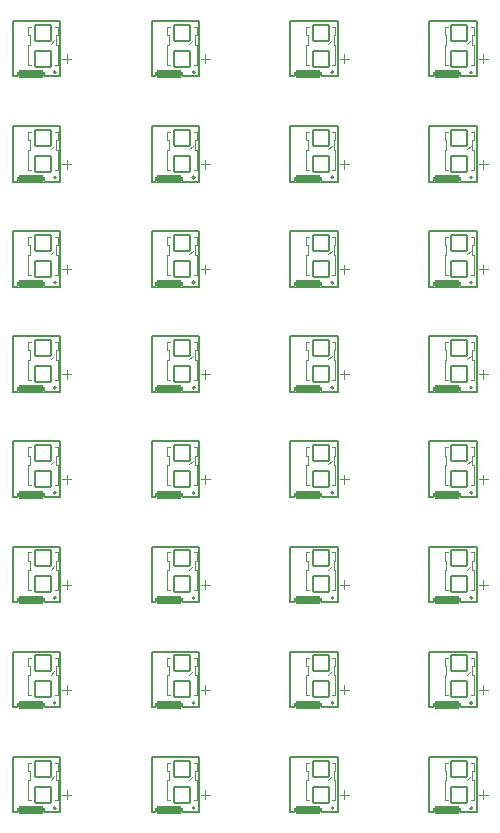
<source format=gbr>
G04 #@! TF.GenerationSoftware,KiCad,Pcbnew,7.0.7-7.0.7~ubuntu22.04.1*
G04 #@! TF.CreationDate,2024-03-29T17:55:08+00:00*
G04 #@! TF.ProjectId,receiver6_rep,72656365-6976-4657-9236-5f7265702e6b,rev?*
G04 #@! TF.SameCoordinates,Original*
G04 #@! TF.FileFunction,Legend,Bot*
G04 #@! TF.FilePolarity,Positive*
%FSLAX46Y46*%
G04 Gerber Fmt 4.6, Leading zero omitted, Abs format (unit mm)*
G04 Created by KiCad (PCBNEW 7.0.7-7.0.7~ubuntu22.04.1) date 2024-03-29 17:55:08*
%MOMM*%
%LPD*%
G01*
G04 APERTURE LIST*
G04 Aperture macros list*
%AMRoundRect*
0 Rectangle with rounded corners*
0 $1 Rounding radius*
0 $2 $3 $4 $5 $6 $7 $8 $9 X,Y pos of 4 corners*
0 Add a 4 corners polygon primitive as box body*
4,1,4,$2,$3,$4,$5,$6,$7,$8,$9,$2,$3,0*
0 Add four circle primitives for the rounded corners*
1,1,$1+$1,$2,$3*
1,1,$1+$1,$4,$5*
1,1,$1+$1,$6,$7*
1,1,$1+$1,$8,$9*
0 Add four rect primitives between the rounded corners*
20,1,$1+$1,$2,$3,$4,$5,0*
20,1,$1+$1,$4,$5,$6,$7,0*
20,1,$1+$1,$6,$7,$8,$9,0*
20,1,$1+$1,$8,$9,$2,$3,0*%
G04 Aperture macros list end*
%ADD10C,0.150000*%
%ADD11C,0.100000*%
%ADD12C,0.200000*%
%ADD13RoundRect,0.102000X-0.700000X0.700000X-0.700000X-0.700000X0.700000X-0.700000X0.700000X0.700000X0*%
%ADD14RoundRect,0.162500X1.012500X-0.162500X1.012500X0.162500X-1.012500X0.162500X-1.012500X-0.162500X0*%
G04 APERTURE END LIST*
D10*
X90700000Y-66400000D02*
X90700000Y-61700000D01*
X55445000Y-75300000D02*
X59455000Y-75300000D01*
X67200000Y-79500000D02*
X71210000Y-79500000D01*
X90700000Y-70600000D02*
X94710000Y-70600000D01*
X78950000Y-110900000D02*
X78950000Y-106200000D01*
X55450000Y-110900000D02*
X55450000Y-106200000D01*
X59460000Y-88400000D02*
X59460000Y-93100000D01*
X55450000Y-61700000D02*
X59460000Y-61700000D01*
X94710000Y-106200000D02*
X94710000Y-110900000D01*
X94710000Y-61700000D02*
X94710000Y-66400000D01*
X90700000Y-84200000D02*
X90700000Y-79500000D01*
X90695000Y-93100000D02*
X94705000Y-93100000D01*
X78950000Y-106200000D02*
X82960000Y-106200000D01*
X55445000Y-84200000D02*
X59455000Y-84200000D01*
X90695000Y-66400000D02*
X94705000Y-66400000D01*
X67195000Y-84200000D02*
X71205000Y-84200000D01*
X71210000Y-106200000D02*
X71210000Y-110900000D01*
X59460000Y-97300000D02*
X59460000Y-102000000D01*
X78945000Y-66400000D02*
X82955000Y-66400000D01*
X90700000Y-97300000D02*
X94710000Y-97300000D01*
X78945000Y-75300000D02*
X82955000Y-75300000D01*
X71210000Y-43900000D02*
X71210000Y-48600000D01*
X55445000Y-48600000D02*
X59455000Y-48600000D01*
X55450000Y-52800000D02*
X59460000Y-52800000D01*
X94710000Y-97300000D02*
X94710000Y-102000000D01*
X82960000Y-88400000D02*
X82960000Y-93100000D01*
X67200000Y-66400000D02*
X67200000Y-61700000D01*
X67200000Y-70600000D02*
X71210000Y-70600000D01*
X67195000Y-75300000D02*
X71205000Y-75300000D01*
X90700000Y-48600000D02*
X90700000Y-43900000D01*
X55450000Y-84200000D02*
X55450000Y-79500000D01*
X78950000Y-97300000D02*
X82960000Y-97300000D01*
X82960000Y-43900000D02*
X82960000Y-48600000D01*
X90700000Y-75300000D02*
X90700000Y-70600000D01*
X55445000Y-66400000D02*
X59455000Y-66400000D01*
X55445000Y-102000000D02*
X59455000Y-102000000D01*
X55450000Y-75300000D02*
X55450000Y-70600000D01*
X71210000Y-61700000D02*
X71210000Y-66400000D01*
X90695000Y-102000000D02*
X94705000Y-102000000D01*
X67200000Y-97300000D02*
X71210000Y-97300000D01*
X67200000Y-43900000D02*
X71210000Y-43900000D01*
X78950000Y-75300000D02*
X78950000Y-70600000D01*
X78945000Y-102000000D02*
X82955000Y-102000000D01*
X90700000Y-61700000D02*
X94710000Y-61700000D01*
X90700000Y-88400000D02*
X94710000Y-88400000D01*
X55450000Y-93100000D02*
X55450000Y-88400000D01*
X67200000Y-102000000D02*
X67200000Y-97300000D01*
X78950000Y-102000000D02*
X78950000Y-97300000D01*
X71210000Y-52800000D02*
X71210000Y-57500000D01*
X82960000Y-52800000D02*
X82960000Y-57500000D01*
X78950000Y-84200000D02*
X78950000Y-79500000D01*
X78950000Y-88400000D02*
X82960000Y-88400000D01*
X78950000Y-43900000D02*
X82960000Y-43900000D01*
X78950000Y-93100000D02*
X78950000Y-88400000D01*
X78950000Y-70600000D02*
X82960000Y-70600000D01*
X94710000Y-52800000D02*
X94710000Y-57500000D01*
X90700000Y-43900000D02*
X94710000Y-43900000D01*
X94710000Y-79500000D02*
X94710000Y-84200000D01*
X55450000Y-88400000D02*
X59460000Y-88400000D01*
X59460000Y-43900000D02*
X59460000Y-48600000D01*
X67200000Y-52800000D02*
X71210000Y-52800000D01*
X78950000Y-52800000D02*
X82960000Y-52800000D01*
X78950000Y-79500000D02*
X82960000Y-79500000D01*
X94710000Y-88400000D02*
X94710000Y-93100000D01*
X67195000Y-102000000D02*
X71205000Y-102000000D01*
X94710000Y-43900000D02*
X94710000Y-48600000D01*
X90695000Y-75300000D02*
X94705000Y-75300000D01*
X67200000Y-110900000D02*
X67200000Y-106200000D01*
X78945000Y-84200000D02*
X82955000Y-84200000D01*
X55450000Y-43900000D02*
X59460000Y-43900000D01*
X78945000Y-48600000D02*
X82955000Y-48600000D01*
X78950000Y-61700000D02*
X82960000Y-61700000D01*
X67200000Y-88400000D02*
X71210000Y-88400000D01*
X78945000Y-57500000D02*
X82955000Y-57500000D01*
X55450000Y-48600000D02*
X55450000Y-43900000D01*
X90695000Y-48600000D02*
X94705000Y-48600000D01*
X82960000Y-79500000D02*
X82960000Y-84200000D01*
X67200000Y-75300000D02*
X67200000Y-70600000D01*
X67200000Y-84200000D02*
X67200000Y-79500000D01*
X67195000Y-48600000D02*
X71205000Y-48600000D01*
X59460000Y-61700000D02*
X59460000Y-66400000D01*
X55450000Y-106200000D02*
X59460000Y-106200000D01*
X55445000Y-57500000D02*
X59455000Y-57500000D01*
X90700000Y-106200000D02*
X94710000Y-106200000D01*
X82960000Y-70600000D02*
X82960000Y-75300000D01*
X67200000Y-106200000D02*
X71210000Y-106200000D01*
X67195000Y-57500000D02*
X71205000Y-57500000D01*
X59460000Y-106200000D02*
X59460000Y-110900000D01*
X90695000Y-57500000D02*
X94705000Y-57500000D01*
X67200000Y-48600000D02*
X67200000Y-43900000D01*
X78950000Y-48600000D02*
X78950000Y-43900000D01*
X94710000Y-70600000D02*
X94710000Y-75300000D01*
X55450000Y-70600000D02*
X59460000Y-70600000D01*
X82960000Y-106200000D02*
X82960000Y-110900000D01*
X78945000Y-93100000D02*
X82955000Y-93100000D01*
X67195000Y-110900000D02*
X71205000Y-110900000D01*
X67200000Y-61700000D02*
X71210000Y-61700000D01*
X71210000Y-70600000D02*
X71210000Y-75300000D01*
X90695000Y-84200000D02*
X94705000Y-84200000D01*
X90695000Y-110900000D02*
X94705000Y-110900000D01*
X90700000Y-79500000D02*
X94710000Y-79500000D01*
X55445000Y-93100000D02*
X59455000Y-93100000D01*
X55450000Y-102000000D02*
X55450000Y-97300000D01*
X59460000Y-52800000D02*
X59460000Y-57500000D01*
X78950000Y-66400000D02*
X78950000Y-61700000D01*
X67195000Y-66400000D02*
X71205000Y-66400000D01*
X90700000Y-93100000D02*
X90700000Y-88400000D01*
X55450000Y-79500000D02*
X59460000Y-79500000D01*
X78950000Y-57500000D02*
X78950000Y-52800000D01*
X55450000Y-97300000D02*
X59460000Y-97300000D01*
X67200000Y-93100000D02*
X67200000Y-88400000D01*
X59460000Y-70600000D02*
X59460000Y-75300000D01*
X71210000Y-79500000D02*
X71210000Y-84200000D01*
X90700000Y-52800000D02*
X94710000Y-52800000D01*
X71210000Y-88400000D02*
X71210000Y-93100000D01*
X55445000Y-110900000D02*
X59455000Y-110900000D01*
X78945000Y-110900000D02*
X82955000Y-110900000D01*
X82960000Y-61700000D02*
X82960000Y-66400000D01*
X90700000Y-57500000D02*
X90700000Y-52800000D01*
X59460000Y-79500000D02*
X59460000Y-84200000D01*
X67195000Y-93100000D02*
X71205000Y-93100000D01*
X67200000Y-57500000D02*
X67200000Y-52800000D01*
X71210000Y-97300000D02*
X71210000Y-102000000D01*
X55450000Y-57500000D02*
X55450000Y-52800000D01*
X90700000Y-102000000D02*
X90700000Y-97300000D01*
X55450000Y-66400000D02*
X55450000Y-61700000D01*
X90700000Y-110900000D02*
X90700000Y-106200000D01*
X82960000Y-97300000D02*
X82960000Y-102000000D01*
D11*
X83508533Y-83096115D02*
X83508533Y-82334211D01*
X83127580Y-82715163D02*
X83889485Y-82715163D01*
X60008533Y-109796115D02*
X60008533Y-109034211D01*
X59627580Y-109415163D02*
X60389485Y-109415163D01*
X95258533Y-83096115D02*
X95258533Y-82334211D01*
X94877580Y-82715163D02*
X95639485Y-82715163D01*
X71758533Y-91996115D02*
X71758533Y-91234211D01*
X71377580Y-91615163D02*
X72139485Y-91615163D01*
X83508533Y-65296115D02*
X83508533Y-64534211D01*
X83127580Y-64915163D02*
X83889485Y-64915163D01*
X95258533Y-56396115D02*
X95258533Y-55634211D01*
X94877580Y-56015163D02*
X95639485Y-56015163D01*
X95258533Y-109796115D02*
X95258533Y-109034211D01*
X94877580Y-109415163D02*
X95639485Y-109415163D01*
X95258533Y-74196115D02*
X95258533Y-73434211D01*
X94877580Y-73815163D02*
X95639485Y-73815163D01*
X60008533Y-83096115D02*
X60008533Y-82334211D01*
X59627580Y-82715163D02*
X60389485Y-82715163D01*
X83508533Y-74196115D02*
X83508533Y-73434211D01*
X83127580Y-73815163D02*
X83889485Y-73815163D01*
X95258533Y-100896115D02*
X95258533Y-100134211D01*
X94877580Y-100515163D02*
X95639485Y-100515163D01*
X60008533Y-91996115D02*
X60008533Y-91234211D01*
X59627580Y-91615163D02*
X60389485Y-91615163D01*
X71758533Y-83096115D02*
X71758533Y-82334211D01*
X71377580Y-82715163D02*
X72139485Y-82715163D01*
X60008533Y-100896115D02*
X60008533Y-100134211D01*
X59627580Y-100515163D02*
X60389485Y-100515163D01*
X71758533Y-47496115D02*
X71758533Y-46734211D01*
X71377580Y-47115163D02*
X72139485Y-47115163D01*
X71758533Y-56396115D02*
X71758533Y-55634211D01*
X71377580Y-56015163D02*
X72139485Y-56015163D01*
X60008533Y-56396115D02*
X60008533Y-55634211D01*
X59627580Y-56015163D02*
X60389485Y-56015163D01*
X71758533Y-65296115D02*
X71758533Y-64534211D01*
X71377580Y-64915163D02*
X72139485Y-64915163D01*
X83508533Y-109796115D02*
X83508533Y-109034211D01*
X83127580Y-109415163D02*
X83889485Y-109415163D01*
X83508533Y-47496115D02*
X83508533Y-46734211D01*
X83127580Y-47115163D02*
X83889485Y-47115163D01*
X60008533Y-47496115D02*
X60008533Y-46734211D01*
X59627580Y-47115163D02*
X60389485Y-47115163D01*
X95258533Y-91996115D02*
X95258533Y-91234211D01*
X94877580Y-91615163D02*
X95639485Y-91615163D01*
X95258533Y-47496115D02*
X95258533Y-46734211D01*
X94877580Y-47115163D02*
X95639485Y-47115163D01*
X83508533Y-91996115D02*
X83508533Y-91234211D01*
X83127580Y-91615163D02*
X83889485Y-91615163D01*
X71758533Y-109796115D02*
X71758533Y-109034211D01*
X71377580Y-109415163D02*
X72139485Y-109415163D01*
X95258533Y-65296115D02*
X95258533Y-64534211D01*
X94877580Y-64915163D02*
X95639485Y-64915163D01*
X83508533Y-100896115D02*
X83508533Y-100134211D01*
X83127580Y-100515163D02*
X83889485Y-100515163D01*
X71758533Y-74196115D02*
X71758533Y-73434211D01*
X71377580Y-73815163D02*
X72139485Y-73815163D01*
X60008533Y-65296115D02*
X60008533Y-64534211D01*
X59627580Y-64915163D02*
X60389485Y-64915163D01*
X83508533Y-56396115D02*
X83508533Y-55634211D01*
X83127580Y-56015163D02*
X83889485Y-56015163D01*
X71758533Y-100896115D02*
X71758533Y-100134211D01*
X71377580Y-100515163D02*
X72139485Y-100515163D01*
X60008533Y-74196115D02*
X60008533Y-73434211D01*
X59627580Y-73815163D02*
X60389485Y-73815163D01*
X80250000Y-83200000D02*
X80500000Y-83200000D01*
X82750000Y-83200000D02*
X82500000Y-83200000D01*
X80250000Y-81500000D02*
X80250000Y-83200000D01*
X80400000Y-81500000D02*
X80250000Y-81500000D01*
X82600000Y-81500000D02*
X82750000Y-81500000D01*
X82750000Y-81500000D02*
X82750000Y-83200000D01*
X82450000Y-81150000D02*
X82150000Y-81450000D01*
X80250000Y-80700000D02*
X80400000Y-80700000D01*
X80400000Y-80700000D02*
X80400000Y-81500000D01*
X82600000Y-80700000D02*
X82600000Y-81500000D01*
X82750000Y-80700000D02*
X82600000Y-80700000D01*
X80250000Y-80000000D02*
X80250000Y-80700000D01*
X80500000Y-80000000D02*
X80250000Y-80000000D01*
X82500000Y-80000000D02*
X82750000Y-80000000D01*
X82750000Y-80000000D02*
X82750000Y-80700000D01*
D12*
X82600000Y-83850000D02*
G75*
G03*
X82600000Y-83850000I-100000J0D01*
G01*
D11*
X56750000Y-109900000D02*
X57000000Y-109900000D01*
X59250000Y-109900000D02*
X59000000Y-109900000D01*
X56750000Y-108200000D02*
X56750000Y-109900000D01*
X56900000Y-108200000D02*
X56750000Y-108200000D01*
X59100000Y-108200000D02*
X59250000Y-108200000D01*
X59250000Y-108200000D02*
X59250000Y-109900000D01*
X58950000Y-107850000D02*
X58650000Y-108150000D01*
X56750000Y-107400000D02*
X56900000Y-107400000D01*
X56900000Y-107400000D02*
X56900000Y-108200000D01*
X59100000Y-107400000D02*
X59100000Y-108200000D01*
X59250000Y-107400000D02*
X59100000Y-107400000D01*
X56750000Y-106700000D02*
X56750000Y-107400000D01*
X57000000Y-106700000D02*
X56750000Y-106700000D01*
X59000000Y-106700000D02*
X59250000Y-106700000D01*
X59250000Y-106700000D02*
X59250000Y-107400000D01*
D12*
X59100000Y-110550000D02*
G75*
G03*
X59100000Y-110550000I-100000J0D01*
G01*
D11*
X92000000Y-83200000D02*
X92250000Y-83200000D01*
X94500000Y-83200000D02*
X94250000Y-83200000D01*
X92000000Y-81500000D02*
X92000000Y-83200000D01*
X92150000Y-81500000D02*
X92000000Y-81500000D01*
X94350000Y-81500000D02*
X94500000Y-81500000D01*
X94500000Y-81500000D02*
X94500000Y-83200000D01*
X94200000Y-81150000D02*
X93900000Y-81450000D01*
X92000000Y-80700000D02*
X92150000Y-80700000D01*
X92150000Y-80700000D02*
X92150000Y-81500000D01*
X94350000Y-80700000D02*
X94350000Y-81500000D01*
X94500000Y-80700000D02*
X94350000Y-80700000D01*
X92000000Y-80000000D02*
X92000000Y-80700000D01*
X92250000Y-80000000D02*
X92000000Y-80000000D01*
X94250000Y-80000000D02*
X94500000Y-80000000D01*
X94500000Y-80000000D02*
X94500000Y-80700000D01*
D12*
X94350000Y-83850000D02*
G75*
G03*
X94350000Y-83850000I-100000J0D01*
G01*
D11*
X68500000Y-92100000D02*
X68750000Y-92100000D01*
X71000000Y-92100000D02*
X70750000Y-92100000D01*
X68500000Y-90400000D02*
X68500000Y-92100000D01*
X68650000Y-90400000D02*
X68500000Y-90400000D01*
X70850000Y-90400000D02*
X71000000Y-90400000D01*
X71000000Y-90400000D02*
X71000000Y-92100000D01*
X70700000Y-90050000D02*
X70400000Y-90350000D01*
X68500000Y-89600000D02*
X68650000Y-89600000D01*
X68650000Y-89600000D02*
X68650000Y-90400000D01*
X70850000Y-89600000D02*
X70850000Y-90400000D01*
X71000000Y-89600000D02*
X70850000Y-89600000D01*
X68500000Y-88900000D02*
X68500000Y-89600000D01*
X68750000Y-88900000D02*
X68500000Y-88900000D01*
X70750000Y-88900000D02*
X71000000Y-88900000D01*
X71000000Y-88900000D02*
X71000000Y-89600000D01*
D12*
X70850000Y-92750000D02*
G75*
G03*
X70850000Y-92750000I-100000J0D01*
G01*
D11*
X80250000Y-65400000D02*
X80500000Y-65400000D01*
X82750000Y-65400000D02*
X82500000Y-65400000D01*
X80250000Y-63700000D02*
X80250000Y-65400000D01*
X80400000Y-63700000D02*
X80250000Y-63700000D01*
X82600000Y-63700000D02*
X82750000Y-63700000D01*
X82750000Y-63700000D02*
X82750000Y-65400000D01*
X82450000Y-63350000D02*
X82150000Y-63650000D01*
X80250000Y-62900000D02*
X80400000Y-62900000D01*
X80400000Y-62900000D02*
X80400000Y-63700000D01*
X82600000Y-62900000D02*
X82600000Y-63700000D01*
X82750000Y-62900000D02*
X82600000Y-62900000D01*
X80250000Y-62200000D02*
X80250000Y-62900000D01*
X80500000Y-62200000D02*
X80250000Y-62200000D01*
X82500000Y-62200000D02*
X82750000Y-62200000D01*
X82750000Y-62200000D02*
X82750000Y-62900000D01*
D12*
X82600000Y-66050000D02*
G75*
G03*
X82600000Y-66050000I-100000J0D01*
G01*
D11*
X92000000Y-56500000D02*
X92250000Y-56500000D01*
X94500000Y-56500000D02*
X94250000Y-56500000D01*
X92000000Y-54800000D02*
X92000000Y-56500000D01*
X92150000Y-54800000D02*
X92000000Y-54800000D01*
X94350000Y-54800000D02*
X94500000Y-54800000D01*
X94500000Y-54800000D02*
X94500000Y-56500000D01*
X94200000Y-54450000D02*
X93900000Y-54750000D01*
X92000000Y-54000000D02*
X92150000Y-54000000D01*
X92150000Y-54000000D02*
X92150000Y-54800000D01*
X94350000Y-54000000D02*
X94350000Y-54800000D01*
X94500000Y-54000000D02*
X94350000Y-54000000D01*
X92000000Y-53300000D02*
X92000000Y-54000000D01*
X92250000Y-53300000D02*
X92000000Y-53300000D01*
X94250000Y-53300000D02*
X94500000Y-53300000D01*
X94500000Y-53300000D02*
X94500000Y-54000000D01*
D12*
X94350000Y-57150000D02*
G75*
G03*
X94350000Y-57150000I-100000J0D01*
G01*
D11*
X92000000Y-109900000D02*
X92250000Y-109900000D01*
X94500000Y-109900000D02*
X94250000Y-109900000D01*
X92000000Y-108200000D02*
X92000000Y-109900000D01*
X92150000Y-108200000D02*
X92000000Y-108200000D01*
X94350000Y-108200000D02*
X94500000Y-108200000D01*
X94500000Y-108200000D02*
X94500000Y-109900000D01*
X94200000Y-107850000D02*
X93900000Y-108150000D01*
X92000000Y-107400000D02*
X92150000Y-107400000D01*
X92150000Y-107400000D02*
X92150000Y-108200000D01*
X94350000Y-107400000D02*
X94350000Y-108200000D01*
X94500000Y-107400000D02*
X94350000Y-107400000D01*
X92000000Y-106700000D02*
X92000000Y-107400000D01*
X92250000Y-106700000D02*
X92000000Y-106700000D01*
X94250000Y-106700000D02*
X94500000Y-106700000D01*
X94500000Y-106700000D02*
X94500000Y-107400000D01*
D12*
X94350000Y-110550000D02*
G75*
G03*
X94350000Y-110550000I-100000J0D01*
G01*
D11*
X92000000Y-74300000D02*
X92250000Y-74300000D01*
X94500000Y-74300000D02*
X94250000Y-74300000D01*
X92000000Y-72600000D02*
X92000000Y-74300000D01*
X92150000Y-72600000D02*
X92000000Y-72600000D01*
X94350000Y-72600000D02*
X94500000Y-72600000D01*
X94500000Y-72600000D02*
X94500000Y-74300000D01*
X94200000Y-72250000D02*
X93900000Y-72550000D01*
X92000000Y-71800000D02*
X92150000Y-71800000D01*
X92150000Y-71800000D02*
X92150000Y-72600000D01*
X94350000Y-71800000D02*
X94350000Y-72600000D01*
X94500000Y-71800000D02*
X94350000Y-71800000D01*
X92000000Y-71100000D02*
X92000000Y-71800000D01*
X92250000Y-71100000D02*
X92000000Y-71100000D01*
X94250000Y-71100000D02*
X94500000Y-71100000D01*
X94500000Y-71100000D02*
X94500000Y-71800000D01*
D12*
X94350000Y-74950000D02*
G75*
G03*
X94350000Y-74950000I-100000J0D01*
G01*
D11*
X56750000Y-83200000D02*
X57000000Y-83200000D01*
X59250000Y-83200000D02*
X59000000Y-83200000D01*
X56750000Y-81500000D02*
X56750000Y-83200000D01*
X56900000Y-81500000D02*
X56750000Y-81500000D01*
X59100000Y-81500000D02*
X59250000Y-81500000D01*
X59250000Y-81500000D02*
X59250000Y-83200000D01*
X58950000Y-81150000D02*
X58650000Y-81450000D01*
X56750000Y-80700000D02*
X56900000Y-80700000D01*
X56900000Y-80700000D02*
X56900000Y-81500000D01*
X59100000Y-80700000D02*
X59100000Y-81500000D01*
X59250000Y-80700000D02*
X59100000Y-80700000D01*
X56750000Y-80000000D02*
X56750000Y-80700000D01*
X57000000Y-80000000D02*
X56750000Y-80000000D01*
X59000000Y-80000000D02*
X59250000Y-80000000D01*
X59250000Y-80000000D02*
X59250000Y-80700000D01*
D12*
X59100000Y-83850000D02*
G75*
G03*
X59100000Y-83850000I-100000J0D01*
G01*
D11*
X80250000Y-74300000D02*
X80500000Y-74300000D01*
X82750000Y-74300000D02*
X82500000Y-74300000D01*
X80250000Y-72600000D02*
X80250000Y-74300000D01*
X80400000Y-72600000D02*
X80250000Y-72600000D01*
X82600000Y-72600000D02*
X82750000Y-72600000D01*
X82750000Y-72600000D02*
X82750000Y-74300000D01*
X82450000Y-72250000D02*
X82150000Y-72550000D01*
X80250000Y-71800000D02*
X80400000Y-71800000D01*
X80400000Y-71800000D02*
X80400000Y-72600000D01*
X82600000Y-71800000D02*
X82600000Y-72600000D01*
X82750000Y-71800000D02*
X82600000Y-71800000D01*
X80250000Y-71100000D02*
X80250000Y-71800000D01*
X80500000Y-71100000D02*
X80250000Y-71100000D01*
X82500000Y-71100000D02*
X82750000Y-71100000D01*
X82750000Y-71100000D02*
X82750000Y-71800000D01*
D12*
X82600000Y-74950000D02*
G75*
G03*
X82600000Y-74950000I-100000J0D01*
G01*
D11*
X92000000Y-101000000D02*
X92250000Y-101000000D01*
X94500000Y-101000000D02*
X94250000Y-101000000D01*
X92000000Y-99300000D02*
X92000000Y-101000000D01*
X92150000Y-99300000D02*
X92000000Y-99300000D01*
X94350000Y-99300000D02*
X94500000Y-99300000D01*
X94500000Y-99300000D02*
X94500000Y-101000000D01*
X94200000Y-98950000D02*
X93900000Y-99250000D01*
X92000000Y-98500000D02*
X92150000Y-98500000D01*
X92150000Y-98500000D02*
X92150000Y-99300000D01*
X94350000Y-98500000D02*
X94350000Y-99300000D01*
X94500000Y-98500000D02*
X94350000Y-98500000D01*
X92000000Y-97800000D02*
X92000000Y-98500000D01*
X92250000Y-97800000D02*
X92000000Y-97800000D01*
X94250000Y-97800000D02*
X94500000Y-97800000D01*
X94500000Y-97800000D02*
X94500000Y-98500000D01*
D12*
X94350000Y-101650000D02*
G75*
G03*
X94350000Y-101650000I-100000J0D01*
G01*
D11*
X56750000Y-92100000D02*
X57000000Y-92100000D01*
X59250000Y-92100000D02*
X59000000Y-92100000D01*
X56750000Y-90400000D02*
X56750000Y-92100000D01*
X56900000Y-90400000D02*
X56750000Y-90400000D01*
X59100000Y-90400000D02*
X59250000Y-90400000D01*
X59250000Y-90400000D02*
X59250000Y-92100000D01*
X58950000Y-90050000D02*
X58650000Y-90350000D01*
X56750000Y-89600000D02*
X56900000Y-89600000D01*
X56900000Y-89600000D02*
X56900000Y-90400000D01*
X59100000Y-89600000D02*
X59100000Y-90400000D01*
X59250000Y-89600000D02*
X59100000Y-89600000D01*
X56750000Y-88900000D02*
X56750000Y-89600000D01*
X57000000Y-88900000D02*
X56750000Y-88900000D01*
X59000000Y-88900000D02*
X59250000Y-88900000D01*
X59250000Y-88900000D02*
X59250000Y-89600000D01*
D12*
X59100000Y-92750000D02*
G75*
G03*
X59100000Y-92750000I-100000J0D01*
G01*
D11*
X68500000Y-83200000D02*
X68750000Y-83200000D01*
X71000000Y-83200000D02*
X70750000Y-83200000D01*
X68500000Y-81500000D02*
X68500000Y-83200000D01*
X68650000Y-81500000D02*
X68500000Y-81500000D01*
X70850000Y-81500000D02*
X71000000Y-81500000D01*
X71000000Y-81500000D02*
X71000000Y-83200000D01*
X70700000Y-81150000D02*
X70400000Y-81450000D01*
X68500000Y-80700000D02*
X68650000Y-80700000D01*
X68650000Y-80700000D02*
X68650000Y-81500000D01*
X70850000Y-80700000D02*
X70850000Y-81500000D01*
X71000000Y-80700000D02*
X70850000Y-80700000D01*
X68500000Y-80000000D02*
X68500000Y-80700000D01*
X68750000Y-80000000D02*
X68500000Y-80000000D01*
X70750000Y-80000000D02*
X71000000Y-80000000D01*
X71000000Y-80000000D02*
X71000000Y-80700000D01*
D12*
X70850000Y-83850000D02*
G75*
G03*
X70850000Y-83850000I-100000J0D01*
G01*
D11*
X56750000Y-101000000D02*
X57000000Y-101000000D01*
X59250000Y-101000000D02*
X59000000Y-101000000D01*
X56750000Y-99300000D02*
X56750000Y-101000000D01*
X56900000Y-99300000D02*
X56750000Y-99300000D01*
X59100000Y-99300000D02*
X59250000Y-99300000D01*
X59250000Y-99300000D02*
X59250000Y-101000000D01*
X58950000Y-98950000D02*
X58650000Y-99250000D01*
X56750000Y-98500000D02*
X56900000Y-98500000D01*
X56900000Y-98500000D02*
X56900000Y-99300000D01*
X59100000Y-98500000D02*
X59100000Y-99300000D01*
X59250000Y-98500000D02*
X59100000Y-98500000D01*
X56750000Y-97800000D02*
X56750000Y-98500000D01*
X57000000Y-97800000D02*
X56750000Y-97800000D01*
X59000000Y-97800000D02*
X59250000Y-97800000D01*
X59250000Y-97800000D02*
X59250000Y-98500000D01*
D12*
X59100000Y-101650000D02*
G75*
G03*
X59100000Y-101650000I-100000J0D01*
G01*
D11*
X68500000Y-47600000D02*
X68750000Y-47600000D01*
X71000000Y-47600000D02*
X70750000Y-47600000D01*
X68500000Y-45900000D02*
X68500000Y-47600000D01*
X68650000Y-45900000D02*
X68500000Y-45900000D01*
X70850000Y-45900000D02*
X71000000Y-45900000D01*
X71000000Y-45900000D02*
X71000000Y-47600000D01*
X70700000Y-45550000D02*
X70400000Y-45850000D01*
X68500000Y-45100000D02*
X68650000Y-45100000D01*
X68650000Y-45100000D02*
X68650000Y-45900000D01*
X70850000Y-45100000D02*
X70850000Y-45900000D01*
X71000000Y-45100000D02*
X70850000Y-45100000D01*
X68500000Y-44400000D02*
X68500000Y-45100000D01*
X68750000Y-44400000D02*
X68500000Y-44400000D01*
X70750000Y-44400000D02*
X71000000Y-44400000D01*
X71000000Y-44400000D02*
X71000000Y-45100000D01*
D12*
X70850000Y-48250000D02*
G75*
G03*
X70850000Y-48250000I-100000J0D01*
G01*
D11*
X68500000Y-56500000D02*
X68750000Y-56500000D01*
X71000000Y-56500000D02*
X70750000Y-56500000D01*
X68500000Y-54800000D02*
X68500000Y-56500000D01*
X68650000Y-54800000D02*
X68500000Y-54800000D01*
X70850000Y-54800000D02*
X71000000Y-54800000D01*
X71000000Y-54800000D02*
X71000000Y-56500000D01*
X70700000Y-54450000D02*
X70400000Y-54750000D01*
X68500000Y-54000000D02*
X68650000Y-54000000D01*
X68650000Y-54000000D02*
X68650000Y-54800000D01*
X70850000Y-54000000D02*
X70850000Y-54800000D01*
X71000000Y-54000000D02*
X70850000Y-54000000D01*
X68500000Y-53300000D02*
X68500000Y-54000000D01*
X68750000Y-53300000D02*
X68500000Y-53300000D01*
X70750000Y-53300000D02*
X71000000Y-53300000D01*
X71000000Y-53300000D02*
X71000000Y-54000000D01*
D12*
X70850000Y-57150000D02*
G75*
G03*
X70850000Y-57150000I-100000J0D01*
G01*
D11*
X56750000Y-56500000D02*
X57000000Y-56500000D01*
X59250000Y-56500000D02*
X59000000Y-56500000D01*
X56750000Y-54800000D02*
X56750000Y-56500000D01*
X56900000Y-54800000D02*
X56750000Y-54800000D01*
X59100000Y-54800000D02*
X59250000Y-54800000D01*
X59250000Y-54800000D02*
X59250000Y-56500000D01*
X58950000Y-54450000D02*
X58650000Y-54750000D01*
X56750000Y-54000000D02*
X56900000Y-54000000D01*
X56900000Y-54000000D02*
X56900000Y-54800000D01*
X59100000Y-54000000D02*
X59100000Y-54800000D01*
X59250000Y-54000000D02*
X59100000Y-54000000D01*
X56750000Y-53300000D02*
X56750000Y-54000000D01*
X57000000Y-53300000D02*
X56750000Y-53300000D01*
X59000000Y-53300000D02*
X59250000Y-53300000D01*
X59250000Y-53300000D02*
X59250000Y-54000000D01*
D12*
X59100000Y-57150000D02*
G75*
G03*
X59100000Y-57150000I-100000J0D01*
G01*
D11*
X68500000Y-65400000D02*
X68750000Y-65400000D01*
X71000000Y-65400000D02*
X70750000Y-65400000D01*
X68500000Y-63700000D02*
X68500000Y-65400000D01*
X68650000Y-63700000D02*
X68500000Y-63700000D01*
X70850000Y-63700000D02*
X71000000Y-63700000D01*
X71000000Y-63700000D02*
X71000000Y-65400000D01*
X70700000Y-63350000D02*
X70400000Y-63650000D01*
X68500000Y-62900000D02*
X68650000Y-62900000D01*
X68650000Y-62900000D02*
X68650000Y-63700000D01*
X70850000Y-62900000D02*
X70850000Y-63700000D01*
X71000000Y-62900000D02*
X70850000Y-62900000D01*
X68500000Y-62200000D02*
X68500000Y-62900000D01*
X68750000Y-62200000D02*
X68500000Y-62200000D01*
X70750000Y-62200000D02*
X71000000Y-62200000D01*
X71000000Y-62200000D02*
X71000000Y-62900000D01*
D12*
X70850000Y-66050000D02*
G75*
G03*
X70850000Y-66050000I-100000J0D01*
G01*
D11*
X80250000Y-109900000D02*
X80500000Y-109900000D01*
X82750000Y-109900000D02*
X82500000Y-109900000D01*
X80250000Y-108200000D02*
X80250000Y-109900000D01*
X80400000Y-108200000D02*
X80250000Y-108200000D01*
X82600000Y-108200000D02*
X82750000Y-108200000D01*
X82750000Y-108200000D02*
X82750000Y-109900000D01*
X82450000Y-107850000D02*
X82150000Y-108150000D01*
X80250000Y-107400000D02*
X80400000Y-107400000D01*
X80400000Y-107400000D02*
X80400000Y-108200000D01*
X82600000Y-107400000D02*
X82600000Y-108200000D01*
X82750000Y-107400000D02*
X82600000Y-107400000D01*
X80250000Y-106700000D02*
X80250000Y-107400000D01*
X80500000Y-106700000D02*
X80250000Y-106700000D01*
X82500000Y-106700000D02*
X82750000Y-106700000D01*
X82750000Y-106700000D02*
X82750000Y-107400000D01*
D12*
X82600000Y-110550000D02*
G75*
G03*
X82600000Y-110550000I-100000J0D01*
G01*
D11*
X80250000Y-47600000D02*
X80500000Y-47600000D01*
X82750000Y-47600000D02*
X82500000Y-47600000D01*
X80250000Y-45900000D02*
X80250000Y-47600000D01*
X80400000Y-45900000D02*
X80250000Y-45900000D01*
X82600000Y-45900000D02*
X82750000Y-45900000D01*
X82750000Y-45900000D02*
X82750000Y-47600000D01*
X82450000Y-45550000D02*
X82150000Y-45850000D01*
X80250000Y-45100000D02*
X80400000Y-45100000D01*
X80400000Y-45100000D02*
X80400000Y-45900000D01*
X82600000Y-45100000D02*
X82600000Y-45900000D01*
X82750000Y-45100000D02*
X82600000Y-45100000D01*
X80250000Y-44400000D02*
X80250000Y-45100000D01*
X80500000Y-44400000D02*
X80250000Y-44400000D01*
X82500000Y-44400000D02*
X82750000Y-44400000D01*
X82750000Y-44400000D02*
X82750000Y-45100000D01*
D12*
X82600000Y-48250000D02*
G75*
G03*
X82600000Y-48250000I-100000J0D01*
G01*
D11*
X56750000Y-47600000D02*
X57000000Y-47600000D01*
X59250000Y-47600000D02*
X59000000Y-47600000D01*
X56750000Y-45900000D02*
X56750000Y-47600000D01*
X56900000Y-45900000D02*
X56750000Y-45900000D01*
X59100000Y-45900000D02*
X59250000Y-45900000D01*
X59250000Y-45900000D02*
X59250000Y-47600000D01*
X58950000Y-45550000D02*
X58650000Y-45850000D01*
X56750000Y-45100000D02*
X56900000Y-45100000D01*
X56900000Y-45100000D02*
X56900000Y-45900000D01*
X59100000Y-45100000D02*
X59100000Y-45900000D01*
X59250000Y-45100000D02*
X59100000Y-45100000D01*
X56750000Y-44400000D02*
X56750000Y-45100000D01*
X57000000Y-44400000D02*
X56750000Y-44400000D01*
X59000000Y-44400000D02*
X59250000Y-44400000D01*
X59250000Y-44400000D02*
X59250000Y-45100000D01*
D12*
X59100000Y-48250000D02*
G75*
G03*
X59100000Y-48250000I-100000J0D01*
G01*
D11*
X92000000Y-92100000D02*
X92250000Y-92100000D01*
X94500000Y-92100000D02*
X94250000Y-92100000D01*
X92000000Y-90400000D02*
X92000000Y-92100000D01*
X92150000Y-90400000D02*
X92000000Y-90400000D01*
X94350000Y-90400000D02*
X94500000Y-90400000D01*
X94500000Y-90400000D02*
X94500000Y-92100000D01*
X94200000Y-90050000D02*
X93900000Y-90350000D01*
X92000000Y-89600000D02*
X92150000Y-89600000D01*
X92150000Y-89600000D02*
X92150000Y-90400000D01*
X94350000Y-89600000D02*
X94350000Y-90400000D01*
X94500000Y-89600000D02*
X94350000Y-89600000D01*
X92000000Y-88900000D02*
X92000000Y-89600000D01*
X92250000Y-88900000D02*
X92000000Y-88900000D01*
X94250000Y-88900000D02*
X94500000Y-88900000D01*
X94500000Y-88900000D02*
X94500000Y-89600000D01*
D12*
X94350000Y-92750000D02*
G75*
G03*
X94350000Y-92750000I-100000J0D01*
G01*
D11*
X92000000Y-47600000D02*
X92250000Y-47600000D01*
X94500000Y-47600000D02*
X94250000Y-47600000D01*
X92000000Y-45900000D02*
X92000000Y-47600000D01*
X92150000Y-45900000D02*
X92000000Y-45900000D01*
X94350000Y-45900000D02*
X94500000Y-45900000D01*
X94500000Y-45900000D02*
X94500000Y-47600000D01*
X94200000Y-45550000D02*
X93900000Y-45850000D01*
X92000000Y-45100000D02*
X92150000Y-45100000D01*
X92150000Y-45100000D02*
X92150000Y-45900000D01*
X94350000Y-45100000D02*
X94350000Y-45900000D01*
X94500000Y-45100000D02*
X94350000Y-45100000D01*
X92000000Y-44400000D02*
X92000000Y-45100000D01*
X92250000Y-44400000D02*
X92000000Y-44400000D01*
X94250000Y-44400000D02*
X94500000Y-44400000D01*
X94500000Y-44400000D02*
X94500000Y-45100000D01*
D12*
X94350000Y-48250000D02*
G75*
G03*
X94350000Y-48250000I-100000J0D01*
G01*
D11*
X80250000Y-92100000D02*
X80500000Y-92100000D01*
X82750000Y-92100000D02*
X82500000Y-92100000D01*
X80250000Y-90400000D02*
X80250000Y-92100000D01*
X80400000Y-90400000D02*
X80250000Y-90400000D01*
X82600000Y-90400000D02*
X82750000Y-90400000D01*
X82750000Y-90400000D02*
X82750000Y-92100000D01*
X82450000Y-90050000D02*
X82150000Y-90350000D01*
X80250000Y-89600000D02*
X80400000Y-89600000D01*
X80400000Y-89600000D02*
X80400000Y-90400000D01*
X82600000Y-89600000D02*
X82600000Y-90400000D01*
X82750000Y-89600000D02*
X82600000Y-89600000D01*
X80250000Y-88900000D02*
X80250000Y-89600000D01*
X80500000Y-88900000D02*
X80250000Y-88900000D01*
X82500000Y-88900000D02*
X82750000Y-88900000D01*
X82750000Y-88900000D02*
X82750000Y-89600000D01*
D12*
X82600000Y-92750000D02*
G75*
G03*
X82600000Y-92750000I-100000J0D01*
G01*
D11*
X68500000Y-109900000D02*
X68750000Y-109900000D01*
X71000000Y-109900000D02*
X70750000Y-109900000D01*
X68500000Y-108200000D02*
X68500000Y-109900000D01*
X68650000Y-108200000D02*
X68500000Y-108200000D01*
X70850000Y-108200000D02*
X71000000Y-108200000D01*
X71000000Y-108200000D02*
X71000000Y-109900000D01*
X70700000Y-107850000D02*
X70400000Y-108150000D01*
X68500000Y-107400000D02*
X68650000Y-107400000D01*
X68650000Y-107400000D02*
X68650000Y-108200000D01*
X70850000Y-107400000D02*
X70850000Y-108200000D01*
X71000000Y-107400000D02*
X70850000Y-107400000D01*
X68500000Y-106700000D02*
X68500000Y-107400000D01*
X68750000Y-106700000D02*
X68500000Y-106700000D01*
X70750000Y-106700000D02*
X71000000Y-106700000D01*
X71000000Y-106700000D02*
X71000000Y-107400000D01*
D12*
X70850000Y-110550000D02*
G75*
G03*
X70850000Y-110550000I-100000J0D01*
G01*
D11*
X92000000Y-65400000D02*
X92250000Y-65400000D01*
X94500000Y-65400000D02*
X94250000Y-65400000D01*
X92000000Y-63700000D02*
X92000000Y-65400000D01*
X92150000Y-63700000D02*
X92000000Y-63700000D01*
X94350000Y-63700000D02*
X94500000Y-63700000D01*
X94500000Y-63700000D02*
X94500000Y-65400000D01*
X94200000Y-63350000D02*
X93900000Y-63650000D01*
X92000000Y-62900000D02*
X92150000Y-62900000D01*
X92150000Y-62900000D02*
X92150000Y-63700000D01*
X94350000Y-62900000D02*
X94350000Y-63700000D01*
X94500000Y-62900000D02*
X94350000Y-62900000D01*
X92000000Y-62200000D02*
X92000000Y-62900000D01*
X92250000Y-62200000D02*
X92000000Y-62200000D01*
X94250000Y-62200000D02*
X94500000Y-62200000D01*
X94500000Y-62200000D02*
X94500000Y-62900000D01*
D12*
X94350000Y-66050000D02*
G75*
G03*
X94350000Y-66050000I-100000J0D01*
G01*
D11*
X80250000Y-101000000D02*
X80500000Y-101000000D01*
X82750000Y-101000000D02*
X82500000Y-101000000D01*
X80250000Y-99300000D02*
X80250000Y-101000000D01*
X80400000Y-99300000D02*
X80250000Y-99300000D01*
X82600000Y-99300000D02*
X82750000Y-99300000D01*
X82750000Y-99300000D02*
X82750000Y-101000000D01*
X82450000Y-98950000D02*
X82150000Y-99250000D01*
X80250000Y-98500000D02*
X80400000Y-98500000D01*
X80400000Y-98500000D02*
X80400000Y-99300000D01*
X82600000Y-98500000D02*
X82600000Y-99300000D01*
X82750000Y-98500000D02*
X82600000Y-98500000D01*
X80250000Y-97800000D02*
X80250000Y-98500000D01*
X80500000Y-97800000D02*
X80250000Y-97800000D01*
X82500000Y-97800000D02*
X82750000Y-97800000D01*
X82750000Y-97800000D02*
X82750000Y-98500000D01*
D12*
X82600000Y-101650000D02*
G75*
G03*
X82600000Y-101650000I-100000J0D01*
G01*
D11*
X68500000Y-74300000D02*
X68750000Y-74300000D01*
X71000000Y-74300000D02*
X70750000Y-74300000D01*
X68500000Y-72600000D02*
X68500000Y-74300000D01*
X68650000Y-72600000D02*
X68500000Y-72600000D01*
X70850000Y-72600000D02*
X71000000Y-72600000D01*
X71000000Y-72600000D02*
X71000000Y-74300000D01*
X70700000Y-72250000D02*
X70400000Y-72550000D01*
X68500000Y-71800000D02*
X68650000Y-71800000D01*
X68650000Y-71800000D02*
X68650000Y-72600000D01*
X70850000Y-71800000D02*
X70850000Y-72600000D01*
X71000000Y-71800000D02*
X70850000Y-71800000D01*
X68500000Y-71100000D02*
X68500000Y-71800000D01*
X68750000Y-71100000D02*
X68500000Y-71100000D01*
X70750000Y-71100000D02*
X71000000Y-71100000D01*
X71000000Y-71100000D02*
X71000000Y-71800000D01*
D12*
X70850000Y-74950000D02*
G75*
G03*
X70850000Y-74950000I-100000J0D01*
G01*
D11*
X56750000Y-65400000D02*
X57000000Y-65400000D01*
X59250000Y-65400000D02*
X59000000Y-65400000D01*
X56750000Y-63700000D02*
X56750000Y-65400000D01*
X56900000Y-63700000D02*
X56750000Y-63700000D01*
X59100000Y-63700000D02*
X59250000Y-63700000D01*
X59250000Y-63700000D02*
X59250000Y-65400000D01*
X58950000Y-63350000D02*
X58650000Y-63650000D01*
X56750000Y-62900000D02*
X56900000Y-62900000D01*
X56900000Y-62900000D02*
X56900000Y-63700000D01*
X59100000Y-62900000D02*
X59100000Y-63700000D01*
X59250000Y-62900000D02*
X59100000Y-62900000D01*
X56750000Y-62200000D02*
X56750000Y-62900000D01*
X57000000Y-62200000D02*
X56750000Y-62200000D01*
X59000000Y-62200000D02*
X59250000Y-62200000D01*
X59250000Y-62200000D02*
X59250000Y-62900000D01*
D12*
X59100000Y-66050000D02*
G75*
G03*
X59100000Y-66050000I-100000J0D01*
G01*
D11*
X80250000Y-56500000D02*
X80500000Y-56500000D01*
X82750000Y-56500000D02*
X82500000Y-56500000D01*
X80250000Y-54800000D02*
X80250000Y-56500000D01*
X80400000Y-54800000D02*
X80250000Y-54800000D01*
X82600000Y-54800000D02*
X82750000Y-54800000D01*
X82750000Y-54800000D02*
X82750000Y-56500000D01*
X82450000Y-54450000D02*
X82150000Y-54750000D01*
X80250000Y-54000000D02*
X80400000Y-54000000D01*
X80400000Y-54000000D02*
X80400000Y-54800000D01*
X82600000Y-54000000D02*
X82600000Y-54800000D01*
X82750000Y-54000000D02*
X82600000Y-54000000D01*
X80250000Y-53300000D02*
X80250000Y-54000000D01*
X80500000Y-53300000D02*
X80250000Y-53300000D01*
X82500000Y-53300000D02*
X82750000Y-53300000D01*
X82750000Y-53300000D02*
X82750000Y-54000000D01*
D12*
X82600000Y-57150000D02*
G75*
G03*
X82600000Y-57150000I-100000J0D01*
G01*
D11*
X68500000Y-101000000D02*
X68750000Y-101000000D01*
X71000000Y-101000000D02*
X70750000Y-101000000D01*
X68500000Y-99300000D02*
X68500000Y-101000000D01*
X68650000Y-99300000D02*
X68500000Y-99300000D01*
X70850000Y-99300000D02*
X71000000Y-99300000D01*
X71000000Y-99300000D02*
X71000000Y-101000000D01*
X70700000Y-98950000D02*
X70400000Y-99250000D01*
X68500000Y-98500000D02*
X68650000Y-98500000D01*
X68650000Y-98500000D02*
X68650000Y-99300000D01*
X70850000Y-98500000D02*
X70850000Y-99300000D01*
X71000000Y-98500000D02*
X70850000Y-98500000D01*
X68500000Y-97800000D02*
X68500000Y-98500000D01*
X68750000Y-97800000D02*
X68500000Y-97800000D01*
X70750000Y-97800000D02*
X71000000Y-97800000D01*
X71000000Y-97800000D02*
X71000000Y-98500000D01*
D12*
X70850000Y-101650000D02*
G75*
G03*
X70850000Y-101650000I-100000J0D01*
G01*
D11*
X56750000Y-74300000D02*
X57000000Y-74300000D01*
X59250000Y-74300000D02*
X59000000Y-74300000D01*
X56750000Y-72600000D02*
X56750000Y-74300000D01*
X56900000Y-72600000D02*
X56750000Y-72600000D01*
X59100000Y-72600000D02*
X59250000Y-72600000D01*
X59250000Y-72600000D02*
X59250000Y-74300000D01*
X58950000Y-72250000D02*
X58650000Y-72550000D01*
X56750000Y-71800000D02*
X56900000Y-71800000D01*
X56900000Y-71800000D02*
X56900000Y-72600000D01*
X59100000Y-71800000D02*
X59100000Y-72600000D01*
X59250000Y-71800000D02*
X59100000Y-71800000D01*
X56750000Y-71100000D02*
X56750000Y-71800000D01*
X57000000Y-71100000D02*
X56750000Y-71100000D01*
X59000000Y-71100000D02*
X59250000Y-71100000D01*
X59250000Y-71100000D02*
X59250000Y-71800000D01*
D12*
X59100000Y-74950000D02*
G75*
G03*
X59100000Y-74950000I-100000J0D01*
G01*
%LPC*%
D13*
X81500000Y-82700000D03*
X81500000Y-80500000D03*
X58000000Y-109400000D03*
X58000000Y-107200000D03*
D14*
X68700000Y-84000000D03*
X80450000Y-84000000D03*
D13*
X93250000Y-82700000D03*
X93250000Y-80500000D03*
D14*
X92200000Y-110700000D03*
D13*
X69750000Y-91600000D03*
X69750000Y-89400000D03*
X81500000Y-64900000D03*
X81500000Y-62700000D03*
X93250000Y-56000000D03*
X93250000Y-53800000D03*
D14*
X92200000Y-48400000D03*
X92200000Y-57300000D03*
D13*
X93250000Y-109400000D03*
X93250000Y-107200000D03*
X93250000Y-73800000D03*
X93250000Y-71600000D03*
X58000000Y-82700000D03*
X58000000Y-80500000D03*
X81500000Y-73800000D03*
X81500000Y-71600000D03*
D14*
X92200000Y-84000000D03*
X92200000Y-101800000D03*
X56950000Y-110700000D03*
X68700000Y-66200000D03*
X56950000Y-101800000D03*
X80450000Y-66200000D03*
D13*
X93250000Y-100500000D03*
X93250000Y-98300000D03*
D14*
X80450000Y-110700000D03*
D13*
X58000000Y-91600000D03*
X58000000Y-89400000D03*
X69750000Y-82700000D03*
X69750000Y-80500000D03*
X58000000Y-100500000D03*
X58000000Y-98300000D03*
D14*
X68700000Y-75100000D03*
X68700000Y-48400000D03*
X56950000Y-92900000D03*
D13*
X69750000Y-47100000D03*
X69750000Y-44900000D03*
X69750000Y-56000000D03*
X69750000Y-53800000D03*
D14*
X80450000Y-75100000D03*
D13*
X58000000Y-56000000D03*
X58000000Y-53800000D03*
X69750000Y-64900000D03*
X69750000Y-62700000D03*
X81500000Y-109400000D03*
X81500000Y-107200000D03*
X81500000Y-47100000D03*
X81500000Y-44900000D03*
D14*
X92200000Y-75100000D03*
D13*
X58000000Y-47100000D03*
X58000000Y-44900000D03*
D14*
X80450000Y-48400000D03*
X80450000Y-57300000D03*
X80450000Y-92900000D03*
X68700000Y-57300000D03*
X56950000Y-84000000D03*
D13*
X93250000Y-91600000D03*
X93250000Y-89400000D03*
X93250000Y-47100000D03*
X93250000Y-44900000D03*
D14*
X92200000Y-66200000D03*
D13*
X81500000Y-91600000D03*
X81500000Y-89400000D03*
D14*
X80450000Y-101800000D03*
D13*
X69750000Y-109400000D03*
X69750000Y-107200000D03*
D14*
X68700000Y-101800000D03*
D13*
X93250000Y-64900000D03*
X93250000Y-62700000D03*
D14*
X56950000Y-66200000D03*
D13*
X81500000Y-100500000D03*
X81500000Y-98300000D03*
D14*
X56950000Y-75100000D03*
D13*
X69750000Y-73800000D03*
X69750000Y-71600000D03*
D14*
X56950000Y-48400000D03*
D13*
X58000000Y-64900000D03*
X58000000Y-62700000D03*
X81500000Y-56000000D03*
X81500000Y-53800000D03*
D14*
X56950000Y-57300000D03*
D13*
X69750000Y-100500000D03*
X69750000Y-98300000D03*
D14*
X68700000Y-110700000D03*
X92200000Y-92900000D03*
X68700000Y-92900000D03*
D13*
X58000000Y-73800000D03*
X58000000Y-71600000D03*
%LPD*%
M02*

</source>
